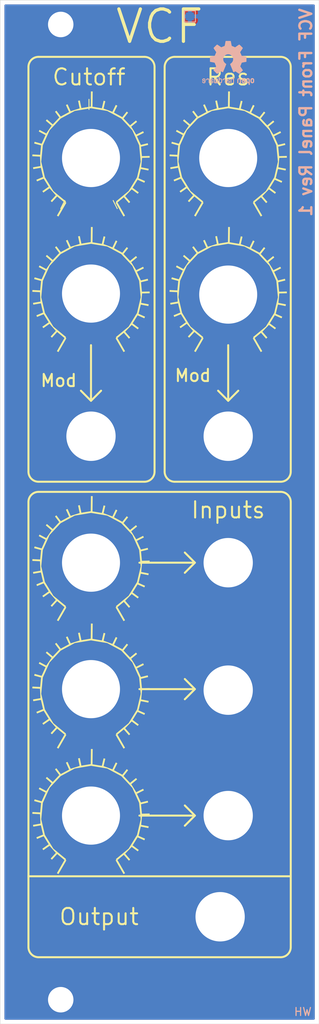
<source format=kicad_pcb>
(kicad_pcb (version 20171130) (host pcbnew 5.1.4)

  (general
    (thickness 1.6)
    (drawings 57)
    (tracks 15)
    (zones 0)
    (modules 9)
    (nets 2)
  )

  (page A4)
  (layers
    (0 F.Cu signal)
    (31 B.Cu signal)
    (32 B.Adhes user)
    (33 F.Adhes user)
    (34 B.Paste user)
    (35 F.Paste user)
    (36 B.SilkS user)
    (37 F.SilkS user)
    (38 B.Mask user)
    (39 F.Mask user)
    (40 Dwgs.User user)
    (41 Cmts.User user)
    (42 Eco1.User user)
    (43 Eco2.User user)
    (44 Edge.Cuts user)
    (45 Margin user)
    (46 B.CrtYd user)
    (47 F.CrtYd user)
    (48 B.Fab user)
    (49 F.Fab user)
  )

  (setup
    (last_trace_width 0.25)
    (trace_clearance 0.2)
    (zone_clearance 0.508)
    (zone_45_only no)
    (trace_min 0.2)
    (via_size 0.8)
    (via_drill 0.4)
    (via_min_size 0.4)
    (via_min_drill 0.3)
    (user_via 4 3)
    (user_via 6.2 5.2)
    (user_via 7.999999 6.000001)
    (user_via 11.999999 7.000001)
    (uvia_size 0.3)
    (uvia_drill 0.1)
    (uvias_allowed no)
    (uvia_min_size 0.2)
    (uvia_min_drill 0.1)
    (edge_width 0.05)
    (segment_width 0.2)
    (pcb_text_width 0.3)
    (pcb_text_size 1.5 1.5)
    (mod_edge_width 0.12)
    (mod_text_size 1 1)
    (mod_text_width 0.15)
    (pad_size 1.524 1.524)
    (pad_drill 0.762)
    (pad_to_mask_clearance 0.051)
    (solder_mask_min_width 0.25)
    (aux_axis_origin 0 0)
    (visible_elements FFFFFF7F)
    (pcbplotparams
      (layerselection 0x010fc_ffffffff)
      (usegerberextensions false)
      (usegerberattributes false)
      (usegerberadvancedattributes false)
      (creategerberjobfile false)
      (excludeedgelayer true)
      (linewidth 0.100000)
      (plotframeref false)
      (viasonmask false)
      (mode 1)
      (useauxorigin false)
      (hpglpennumber 1)
      (hpglpenspeed 20)
      (hpglpendiameter 15.000000)
      (psnegative false)
      (psa4output false)
      (plotreference true)
      (plotvalue true)
      (plotinvisibletext false)
      (padsonsilk false)
      (subtractmaskfromsilk false)
      (outputformat 1)
      (mirror false)
      (drillshape 1)
      (scaleselection 1)
      (outputdirectory ""))
  )

  (net 0 "")
  (net 1 GND)

  (net_class Default "This is the default net class."
    (clearance 0.2)
    (trace_width 0.25)
    (via_dia 0.8)
    (via_drill 0.4)
    (uvia_dia 0.3)
    (uvia_drill 0.1)
    (add_net GND)
  )

  (module Symbol:OSHW-Logo2_7.3x6mm_SilkScreen (layer B.Cu) (tedit 0) (tstamp 5D8C6828)
    (at 92.456 47.752 180)
    (descr "Open Source Hardware Symbol")
    (tags "Logo Symbol OSHW")
    (attr virtual)
    (fp_text reference REF** (at 0 0) (layer B.SilkS) hide
      (effects (font (size 1 1) (thickness 0.15)) (justify mirror))
    )
    (fp_text value OSHW-Logo2_7.3x6mm_SilkScreen (at 0.75 0) (layer B.Fab) hide
      (effects (font (size 1 1) (thickness 0.15)) (justify mirror))
    )
    (fp_poly (pts (xy 0.10391 2.757652) (xy 0.182454 2.757222) (xy 0.239298 2.756058) (xy 0.278105 2.753793)
      (xy 0.302538 2.75006) (xy 0.316262 2.744494) (xy 0.32294 2.736727) (xy 0.326236 2.726395)
      (xy 0.326556 2.725057) (xy 0.331562 2.700921) (xy 0.340829 2.653299) (xy 0.353392 2.587259)
      (xy 0.368287 2.507872) (xy 0.384551 2.420204) (xy 0.385119 2.417125) (xy 0.40141 2.331211)
      (xy 0.416652 2.255304) (xy 0.429861 2.193955) (xy 0.440054 2.151718) (xy 0.446248 2.133145)
      (xy 0.446543 2.132816) (xy 0.464788 2.123747) (xy 0.502405 2.108633) (xy 0.551271 2.090738)
      (xy 0.551543 2.090642) (xy 0.613093 2.067507) (xy 0.685657 2.038035) (xy 0.754057 2.008403)
      (xy 0.757294 2.006938) (xy 0.868702 1.956374) (xy 1.115399 2.12484) (xy 1.191077 2.176197)
      (xy 1.259631 2.222111) (xy 1.317088 2.25997) (xy 1.359476 2.287163) (xy 1.382825 2.301079)
      (xy 1.385042 2.302111) (xy 1.40201 2.297516) (xy 1.433701 2.275345) (xy 1.481352 2.234553)
      (xy 1.546198 2.174095) (xy 1.612397 2.109773) (xy 1.676214 2.046388) (xy 1.733329 1.988549)
      (xy 1.780305 1.939825) (xy 1.813703 1.90379) (xy 1.830085 1.884016) (xy 1.830694 1.882998)
      (xy 1.832505 1.869428) (xy 1.825683 1.847267) (xy 1.80854 1.813522) (xy 1.779393 1.7652)
      (xy 1.736555 1.699308) (xy 1.679448 1.614483) (xy 1.628766 1.539823) (xy 1.583461 1.47286)
      (xy 1.54615 1.417484) (xy 1.519452 1.37758) (xy 1.505985 1.357038) (xy 1.505137 1.355644)
      (xy 1.506781 1.335962) (xy 1.519245 1.297707) (xy 1.540048 1.248111) (xy 1.547462 1.232272)
      (xy 1.579814 1.16171) (xy 1.614328 1.081647) (xy 1.642365 1.012371) (xy 1.662568 0.960955)
      (xy 1.678615 0.921881) (xy 1.687888 0.901459) (xy 1.689041 0.899886) (xy 1.706096 0.897279)
      (xy 1.746298 0.890137) (xy 1.804302 0.879477) (xy 1.874763 0.866315) (xy 1.952335 0.851667)
      (xy 2.031672 0.836551) (xy 2.107431 0.821982) (xy 2.174264 0.808978) (xy 2.226828 0.798555)
      (xy 2.259776 0.79173) (xy 2.267857 0.789801) (xy 2.276205 0.785038) (xy 2.282506 0.774282)
      (xy 2.287045 0.753902) (xy 2.290104 0.720266) (xy 2.291967 0.669745) (xy 2.292918 0.598708)
      (xy 2.29324 0.503524) (xy 2.293257 0.464508) (xy 2.293257 0.147201) (xy 2.217057 0.132161)
      (xy 2.174663 0.124005) (xy 2.1114 0.112101) (xy 2.034962 0.097884) (xy 1.953043 0.08279)
      (xy 1.9304 0.078645) (xy 1.854806 0.063947) (xy 1.788953 0.049495) (xy 1.738366 0.036625)
      (xy 1.708574 0.026678) (xy 1.703612 0.023713) (xy 1.691426 0.002717) (xy 1.673953 -0.037967)
      (xy 1.654577 -0.090322) (xy 1.650734 -0.1016) (xy 1.625339 -0.171523) (xy 1.593817 -0.250418)
      (xy 1.562969 -0.321266) (xy 1.562817 -0.321595) (xy 1.511447 -0.432733) (xy 1.680399 -0.681253)
      (xy 1.849352 -0.929772) (xy 1.632429 -1.147058) (xy 1.566819 -1.211726) (xy 1.506979 -1.268733)
      (xy 1.456267 -1.315033) (xy 1.418046 -1.347584) (xy 1.395675 -1.363343) (xy 1.392466 -1.364343)
      (xy 1.373626 -1.356469) (xy 1.33518 -1.334578) (xy 1.28133 -1.301267) (xy 1.216276 -1.259131)
      (xy 1.14594 -1.211943) (xy 1.074555 -1.16381) (xy 1.010908 -1.121928) (xy 0.959041 -1.088871)
      (xy 0.922995 -1.067218) (xy 0.906867 -1.059543) (xy 0.887189 -1.066037) (xy 0.849875 -1.08315)
      (xy 0.802621 -1.107326) (xy 0.797612 -1.110013) (xy 0.733977 -1.141927) (xy 0.690341 -1.157579)
      (xy 0.663202 -1.157745) (xy 0.649057 -1.143204) (xy 0.648975 -1.143) (xy 0.641905 -1.125779)
      (xy 0.625042 -1.084899) (xy 0.599695 -1.023525) (xy 0.567171 -0.944819) (xy 0.528778 -0.851947)
      (xy 0.485822 -0.748072) (xy 0.444222 -0.647502) (xy 0.398504 -0.536516) (xy 0.356526 -0.433703)
      (xy 0.319548 -0.342215) (xy 0.288827 -0.265201) (xy 0.265622 -0.205815) (xy 0.25119 -0.167209)
      (xy 0.246743 -0.1528) (xy 0.257896 -0.136272) (xy 0.287069 -0.10993) (xy 0.325971 -0.080887)
      (xy 0.436757 0.010961) (xy 0.523351 0.116241) (xy 0.584716 0.232734) (xy 0.619815 0.358224)
      (xy 0.627608 0.490493) (xy 0.621943 0.551543) (xy 0.591078 0.678205) (xy 0.53792 0.790059)
      (xy 0.465767 0.885999) (xy 0.377917 0.964924) (xy 0.277665 1.02573) (xy 0.16831 1.067313)
      (xy 0.053147 1.088572) (xy -0.064525 1.088401) (xy -0.18141 1.065699) (xy -0.294211 1.019362)
      (xy -0.399631 0.948287) (xy -0.443632 0.908089) (xy -0.528021 0.804871) (xy -0.586778 0.692075)
      (xy -0.620296 0.57299) (xy -0.628965 0.450905) (xy -0.613177 0.329107) (xy -0.573322 0.210884)
      (xy -0.509793 0.099525) (xy -0.422979 -0.001684) (xy -0.325971 -0.080887) (xy -0.285563 -0.111162)
      (xy -0.257018 -0.137219) (xy -0.246743 -0.152825) (xy -0.252123 -0.169843) (xy -0.267425 -0.2105)
      (xy -0.291388 -0.271642) (xy -0.322756 -0.350119) (xy -0.360268 -0.44278) (xy -0.402667 -0.546472)
      (xy -0.444337 -0.647526) (xy -0.49031 -0.758607) (xy -0.532893 -0.861541) (xy -0.570779 -0.953165)
      (xy -0.60266 -1.030316) (xy -0.627229 -1.089831) (xy -0.64318 -1.128544) (xy -0.64909 -1.143)
      (xy -0.663052 -1.157685) (xy -0.69006 -1.157642) (xy -0.733587 -1.142099) (xy -0.79711 -1.110284)
      (xy -0.797612 -1.110013) (xy -0.84544 -1.085323) (xy -0.884103 -1.067338) (xy -0.905905 -1.059614)
      (xy -0.906867 -1.059543) (xy -0.923279 -1.067378) (xy -0.959513 -1.089165) (xy -1.011526 -1.122328)
      (xy -1.075275 -1.164291) (xy -1.14594 -1.211943) (xy -1.217884 -1.260191) (xy -1.282726 -1.302151)
      (xy -1.336265 -1.335227) (xy -1.374303 -1.356821) (xy -1.392467 -1.364343) (xy -1.409192 -1.354457)
      (xy -1.44282 -1.326826) (xy -1.48999 -1.284495) (xy -1.547342 -1.230505) (xy -1.611516 -1.167899)
      (xy -1.632503 -1.146983) (xy -1.849501 -0.929623) (xy -1.684332 -0.68722) (xy -1.634136 -0.612781)
      (xy -1.590081 -0.545972) (xy -1.554638 -0.490665) (xy -1.530281 -0.450729) (xy -1.519478 -0.430036)
      (xy -1.519162 -0.428563) (xy -1.524857 -0.409058) (xy -1.540174 -0.369822) (xy -1.562463 -0.31743)
      (xy -1.578107 -0.282355) (xy -1.607359 -0.215201) (xy -1.634906 -0.147358) (xy -1.656263 -0.090034)
      (xy -1.662065 -0.072572) (xy -1.678548 -0.025938) (xy -1.69466 0.010095) (xy -1.70351 0.023713)
      (xy -1.72304 0.032048) (xy -1.765666 0.043863) (xy -1.825855 0.057819) (xy -1.898078 0.072578)
      (xy -1.9304 0.078645) (xy -2.012478 0.093727) (xy -2.091205 0.108331) (xy -2.158891 0.12102)
      (xy -2.20784 0.130358) (xy -2.217057 0.132161) (xy -2.293257 0.147201) (xy -2.293257 0.464508)
      (xy -2.293086 0.568846) (xy -2.292384 0.647787) (xy -2.290866 0.704962) (xy -2.288251 0.744001)
      (xy -2.284254 0.768535) (xy -2.278591 0.782195) (xy -2.27098 0.788611) (xy -2.267857 0.789801)
      (xy -2.249022 0.79402) (xy -2.207412 0.802438) (xy -2.14837 0.814039) (xy -2.077243 0.827805)
      (xy -1.999375 0.84272) (xy -1.920113 0.857768) (xy -1.844802 0.871931) (xy -1.778787 0.884194)
      (xy -1.727413 0.893539) (xy -1.696025 0.89895) (xy -1.689041 0.899886) (xy -1.682715 0.912404)
      (xy -1.66871 0.945754) (xy -1.649645 0.993623) (xy -1.642366 1.012371) (xy -1.613004 1.084805)
      (xy -1.578429 1.16483) (xy -1.547463 1.232272) (xy -1.524677 1.283841) (xy -1.509518 1.326215)
      (xy -1.504458 1.352166) (xy -1.505264 1.355644) (xy -1.515959 1.372064) (xy -1.54038 1.408583)
      (xy -1.575905 1.461313) (xy -1.619913 1.526365) (xy -1.669783 1.599849) (xy -1.679644 1.614355)
      (xy -1.737508 1.700296) (xy -1.780044 1.765739) (xy -1.808946 1.813696) (xy -1.82591 1.84718)
      (xy -1.832633 1.869205) (xy -1.83081 1.882783) (xy -1.830764 1.882869) (xy -1.816414 1.900703)
      (xy -1.784677 1.935183) (xy -1.73899 1.982732) (xy -1.682796 2.039778) (xy -1.619532 2.102745)
      (xy -1.612398 2.109773) (xy -1.53267 2.18698) (xy -1.471143 2.24367) (xy -1.426579 2.28089)
      (xy -1.397743 2.299685) (xy -1.385042 2.302111) (xy -1.366506 2.291529) (xy -1.328039 2.267084)
      (xy -1.273614 2.231388) (xy -1.207202 2.187053) (xy -1.132775 2.136689) (xy -1.115399 2.12484)
      (xy -0.868703 1.956374) (xy -0.757294 2.006938) (xy -0.689543 2.036405) (xy -0.616817 2.066041)
      (xy -0.554297 2.08967) (xy -0.551543 2.090642) (xy -0.50264 2.108543) (xy -0.464943 2.12368)
      (xy -0.446575 2.13279) (xy -0.446544 2.132816) (xy -0.440715 2.149283) (xy -0.430808 2.189781)
      (xy -0.417805 2.249758) (xy -0.402691 2.32466) (xy -0.386448 2.409936) (xy -0.385119 2.417125)
      (xy -0.368825 2.504986) (xy -0.353867 2.58474) (xy -0.341209 2.651319) (xy -0.331814 2.699653)
      (xy -0.326646 2.724675) (xy -0.326556 2.725057) (xy -0.323411 2.735701) (xy -0.317296 2.743738)
      (xy -0.304547 2.749533) (xy -0.2815 2.753453) (xy -0.244491 2.755865) (xy -0.189856 2.757135)
      (xy -0.113933 2.757629) (xy -0.013056 2.757714) (xy 0 2.757714) (xy 0.10391 2.757652)) (layer B.SilkS) (width 0.01))
    (fp_poly (pts (xy 3.153595 -1.966966) (xy 3.211021 -2.004497) (xy 3.238719 -2.038096) (xy 3.260662 -2.099064)
      (xy 3.262405 -2.147308) (xy 3.258457 -2.211816) (xy 3.109686 -2.276934) (xy 3.037349 -2.310202)
      (xy 2.990084 -2.336964) (xy 2.965507 -2.360144) (xy 2.961237 -2.382667) (xy 2.974889 -2.407455)
      (xy 2.989943 -2.423886) (xy 3.033746 -2.450235) (xy 3.081389 -2.452081) (xy 3.125145 -2.431546)
      (xy 3.157289 -2.390752) (xy 3.163038 -2.376347) (xy 3.190576 -2.331356) (xy 3.222258 -2.312182)
      (xy 3.265714 -2.295779) (xy 3.265714 -2.357966) (xy 3.261872 -2.400283) (xy 3.246823 -2.435969)
      (xy 3.21528 -2.476943) (xy 3.210592 -2.482267) (xy 3.175506 -2.51872) (xy 3.145347 -2.538283)
      (xy 3.107615 -2.547283) (xy 3.076335 -2.55023) (xy 3.020385 -2.550965) (xy 2.980555 -2.54166)
      (xy 2.955708 -2.527846) (xy 2.916656 -2.497467) (xy 2.889625 -2.464613) (xy 2.872517 -2.423294)
      (xy 2.863238 -2.367521) (xy 2.859693 -2.291305) (xy 2.85941 -2.252622) (xy 2.860372 -2.206247)
      (xy 2.948007 -2.206247) (xy 2.949023 -2.231126) (xy 2.951556 -2.2352) (xy 2.968274 -2.229665)
      (xy 3.004249 -2.215017) (xy 3.052331 -2.19419) (xy 3.062386 -2.189714) (xy 3.123152 -2.158814)
      (xy 3.156632 -2.131657) (xy 3.16399 -2.10622) (xy 3.146391 -2.080481) (xy 3.131856 -2.069109)
      (xy 3.07941 -2.046364) (xy 3.030322 -2.050122) (xy 2.989227 -2.077884) (xy 2.960758 -2.127152)
      (xy 2.951631 -2.166257) (xy 2.948007 -2.206247) (xy 2.860372 -2.206247) (xy 2.861285 -2.162249)
      (xy 2.868196 -2.095384) (xy 2.881884 -2.046695) (xy 2.904096 -2.010849) (xy 2.936574 -1.982513)
      (xy 2.950733 -1.973355) (xy 3.015053 -1.949507) (xy 3.085473 -1.948006) (xy 3.153595 -1.966966)) (layer B.SilkS) (width 0.01))
    (fp_poly (pts (xy 2.6526 -1.958752) (xy 2.669948 -1.966334) (xy 2.711356 -1.999128) (xy 2.746765 -2.046547)
      (xy 2.768664 -2.097151) (xy 2.772229 -2.122098) (xy 2.760279 -2.156927) (xy 2.734067 -2.175357)
      (xy 2.705964 -2.186516) (xy 2.693095 -2.188572) (xy 2.686829 -2.173649) (xy 2.674456 -2.141175)
      (xy 2.669028 -2.126502) (xy 2.63859 -2.075744) (xy 2.59452 -2.050427) (xy 2.53801 -2.051206)
      (xy 2.533825 -2.052203) (xy 2.503655 -2.066507) (xy 2.481476 -2.094393) (xy 2.466327 -2.139287)
      (xy 2.45725 -2.204615) (xy 2.453286 -2.293804) (xy 2.452914 -2.341261) (xy 2.45273 -2.416071)
      (xy 2.451522 -2.467069) (xy 2.448309 -2.499471) (xy 2.442109 -2.518495) (xy 2.43194 -2.529356)
      (xy 2.416819 -2.537272) (xy 2.415946 -2.53767) (xy 2.386828 -2.549981) (xy 2.372403 -2.554514)
      (xy 2.370186 -2.540809) (xy 2.368289 -2.502925) (xy 2.366847 -2.445715) (xy 2.365998 -2.374027)
      (xy 2.365829 -2.321565) (xy 2.366692 -2.220047) (xy 2.37007 -2.143032) (xy 2.377142 -2.086023)
      (xy 2.389088 -2.044526) (xy 2.40709 -2.014043) (xy 2.432327 -1.99008) (xy 2.457247 -1.973355)
      (xy 2.517171 -1.951097) (xy 2.586911 -1.946076) (xy 2.6526 -1.958752)) (layer B.SilkS) (width 0.01))
    (fp_poly (pts (xy 2.144876 -1.956335) (xy 2.186667 -1.975344) (xy 2.219469 -1.998378) (xy 2.243503 -2.024133)
      (xy 2.260097 -2.057358) (xy 2.270577 -2.1028) (xy 2.276271 -2.165207) (xy 2.278507 -2.249327)
      (xy 2.278743 -2.304721) (xy 2.278743 -2.520826) (xy 2.241774 -2.53767) (xy 2.212656 -2.549981)
      (xy 2.198231 -2.554514) (xy 2.195472 -2.541025) (xy 2.193282 -2.504653) (xy 2.191942 -2.451542)
      (xy 2.191657 -2.409372) (xy 2.190434 -2.348447) (xy 2.187136 -2.300115) (xy 2.182321 -2.270518)
      (xy 2.178496 -2.264229) (xy 2.152783 -2.270652) (xy 2.112418 -2.287125) (xy 2.065679 -2.309458)
      (xy 2.020845 -2.333457) (xy 1.986193 -2.35493) (xy 1.970002 -2.369685) (xy 1.969938 -2.369845)
      (xy 1.97133 -2.397152) (xy 1.983818 -2.423219) (xy 2.005743 -2.444392) (xy 2.037743 -2.451474)
      (xy 2.065092 -2.450649) (xy 2.103826 -2.450042) (xy 2.124158 -2.459116) (xy 2.136369 -2.483092)
      (xy 2.137909 -2.487613) (xy 2.143203 -2.521806) (xy 2.129047 -2.542568) (xy 2.092148 -2.552462)
      (xy 2.052289 -2.554292) (xy 1.980562 -2.540727) (xy 1.943432 -2.521355) (xy 1.897576 -2.475845)
      (xy 1.873256 -2.419983) (xy 1.871073 -2.360957) (xy 1.891629 -2.305953) (xy 1.922549 -2.271486)
      (xy 1.95342 -2.252189) (xy 2.001942 -2.227759) (xy 2.058485 -2.202985) (xy 2.06791 -2.199199)
      (xy 2.130019 -2.171791) (xy 2.165822 -2.147634) (xy 2.177337 -2.123619) (xy 2.16658 -2.096635)
      (xy 2.148114 -2.075543) (xy 2.104469 -2.049572) (xy 2.056446 -2.047624) (xy 2.012406 -2.067637)
      (xy 1.980709 -2.107551) (xy 1.976549 -2.117848) (xy 1.952327 -2.155724) (xy 1.916965 -2.183842)
      (xy 1.872343 -2.206917) (xy 1.872343 -2.141485) (xy 1.874969 -2.101506) (xy 1.88623 -2.069997)
      (xy 1.911199 -2.036378) (xy 1.935169 -2.010484) (xy 1.972441 -1.973817) (xy 2.001401 -1.954121)
      (xy 2.032505 -1.94622) (xy 2.067713 -1.944914) (xy 2.144876 -1.956335)) (layer B.SilkS) (width 0.01))
    (fp_poly (pts (xy 1.779833 -1.958663) (xy 1.782048 -1.99685) (xy 1.783784 -2.054886) (xy 1.784899 -2.12818)
      (xy 1.785257 -2.205055) (xy 1.785257 -2.465196) (xy 1.739326 -2.511127) (xy 1.707675 -2.539429)
      (xy 1.67989 -2.550893) (xy 1.641915 -2.550168) (xy 1.62684 -2.548321) (xy 1.579726 -2.542948)
      (xy 1.540756 -2.539869) (xy 1.531257 -2.539585) (xy 1.499233 -2.541445) (xy 1.453432 -2.546114)
      (xy 1.435674 -2.548321) (xy 1.392057 -2.551735) (xy 1.362745 -2.54432) (xy 1.33368 -2.521427)
      (xy 1.323188 -2.511127) (xy 1.277257 -2.465196) (xy 1.277257 -1.978602) (xy 1.314226 -1.961758)
      (xy 1.346059 -1.949282) (xy 1.364683 -1.944914) (xy 1.369458 -1.958718) (xy 1.373921 -1.997286)
      (xy 1.377775 -2.056356) (xy 1.380722 -2.131663) (xy 1.382143 -2.195286) (xy 1.386114 -2.445657)
      (xy 1.420759 -2.450556) (xy 1.452268 -2.447131) (xy 1.467708 -2.436041) (xy 1.472023 -2.415308)
      (xy 1.475708 -2.371145) (xy 1.478469 -2.309146) (xy 1.480012 -2.234909) (xy 1.480235 -2.196706)
      (xy 1.480457 -1.976783) (xy 1.526166 -1.960849) (xy 1.558518 -1.950015) (xy 1.576115 -1.944962)
      (xy 1.576623 -1.944914) (xy 1.578388 -1.958648) (xy 1.580329 -1.99673) (xy 1.582282 -2.054482)
      (xy 1.584084 -2.127227) (xy 1.585343 -2.195286) (xy 1.589314 -2.445657) (xy 1.6764 -2.445657)
      (xy 1.680396 -2.21724) (xy 1.684392 -1.988822) (xy 1.726847 -1.966868) (xy 1.758192 -1.951793)
      (xy 1.776744 -1.944951) (xy 1.777279 -1.944914) (xy 1.779833 -1.958663)) (layer B.SilkS) (width 0.01))
    (fp_poly (pts (xy 1.190117 -2.065358) (xy 1.189933 -2.173837) (xy 1.189219 -2.257287) (xy 1.187675 -2.319704)
      (xy 1.185001 -2.365085) (xy 1.180894 -2.397429) (xy 1.175055 -2.420733) (xy 1.167182 -2.438995)
      (xy 1.161221 -2.449418) (xy 1.111855 -2.505945) (xy 1.049264 -2.541377) (xy 0.980013 -2.55409)
      (xy 0.910668 -2.542463) (xy 0.869375 -2.521568) (xy 0.826025 -2.485422) (xy 0.796481 -2.441276)
      (xy 0.778655 -2.383462) (xy 0.770463 -2.306313) (xy 0.769302 -2.249714) (xy 0.769458 -2.245647)
      (xy 0.870857 -2.245647) (xy 0.871476 -2.31055) (xy 0.874314 -2.353514) (xy 0.88084 -2.381622)
      (xy 0.892523 -2.401953) (xy 0.906483 -2.417288) (xy 0.953365 -2.44689) (xy 1.003701 -2.449419)
      (xy 1.051276 -2.424705) (xy 1.054979 -2.421356) (xy 1.070783 -2.403935) (xy 1.080693 -2.383209)
      (xy 1.086058 -2.352362) (xy 1.088228 -2.304577) (xy 1.088571 -2.251748) (xy 1.087827 -2.185381)
      (xy 1.084748 -2.141106) (xy 1.078061 -2.112009) (xy 1.066496 -2.091173) (xy 1.057013 -2.080107)
      (xy 1.01296 -2.052198) (xy 0.962224 -2.048843) (xy 0.913796 -2.070159) (xy 0.90445 -2.078073)
      (xy 0.88854 -2.095647) (xy 0.87861 -2.116587) (xy 0.873278 -2.147782) (xy 0.871163 -2.196122)
      (xy 0.870857 -2.245647) (xy 0.769458 -2.245647) (xy 0.77281 -2.158568) (xy 0.784726 -2.090086)
      (xy 0.807135 -2.0386) (xy 0.842124 -1.998443) (xy 0.869375 -1.977861) (xy 0.918907 -1.955625)
      (xy 0.976316 -1.945304) (xy 1.029682 -1.948067) (xy 1.059543 -1.959212) (xy 1.071261 -1.962383)
      (xy 1.079037 -1.950557) (xy 1.084465 -1.918866) (xy 1.088571 -1.870593) (xy 1.093067 -1.816829)
      (xy 1.099313 -1.784482) (xy 1.110676 -1.765985) (xy 1.130528 -1.75377) (xy 1.143 -1.748362)
      (xy 1.190171 -1.728601) (xy 1.190117 -2.065358)) (layer B.SilkS) (width 0.01))
    (fp_poly (pts (xy 0.529926 -1.949755) (xy 0.595858 -1.974084) (xy 0.649273 -2.017117) (xy 0.670164 -2.047409)
      (xy 0.692939 -2.102994) (xy 0.692466 -2.143186) (xy 0.668562 -2.170217) (xy 0.659717 -2.174813)
      (xy 0.62153 -2.189144) (xy 0.602028 -2.185472) (xy 0.595422 -2.161407) (xy 0.595086 -2.148114)
      (xy 0.582992 -2.09921) (xy 0.551471 -2.064999) (xy 0.507659 -2.048476) (xy 0.458695 -2.052634)
      (xy 0.418894 -2.074227) (xy 0.40545 -2.086544) (xy 0.395921 -2.101487) (xy 0.389485 -2.124075)
      (xy 0.385317 -2.159328) (xy 0.382597 -2.212266) (xy 0.380502 -2.287907) (xy 0.37996 -2.311857)
      (xy 0.377981 -2.39379) (xy 0.375731 -2.451455) (xy 0.372357 -2.489608) (xy 0.367006 -2.513004)
      (xy 0.358824 -2.526398) (xy 0.346959 -2.534545) (xy 0.339362 -2.538144) (xy 0.307102 -2.550452)
      (xy 0.288111 -2.554514) (xy 0.281836 -2.540948) (xy 0.278006 -2.499934) (xy 0.2766 -2.430999)
      (xy 0.277598 -2.333669) (xy 0.277908 -2.318657) (xy 0.280101 -2.229859) (xy 0.282693 -2.165019)
      (xy 0.286382 -2.119067) (xy 0.291864 -2.086935) (xy 0.299835 -2.063553) (xy 0.310993 -2.043852)
      (xy 0.31683 -2.03541) (xy 0.350296 -1.998057) (xy 0.387727 -1.969003) (xy 0.392309 -1.966467)
      (xy 0.459426 -1.946443) (xy 0.529926 -1.949755)) (layer B.SilkS) (width 0.01))
    (fp_poly (pts (xy 0.039744 -1.950968) (xy 0.096616 -1.972087) (xy 0.097267 -1.972493) (xy 0.13244 -1.99838)
      (xy 0.158407 -2.028633) (xy 0.17667 -2.068058) (xy 0.188732 -2.121462) (xy 0.196096 -2.193651)
      (xy 0.200264 -2.289432) (xy 0.200629 -2.303078) (xy 0.205876 -2.508842) (xy 0.161716 -2.531678)
      (xy 0.129763 -2.54711) (xy 0.11047 -2.554423) (xy 0.109578 -2.554514) (xy 0.106239 -2.541022)
      (xy 0.103587 -2.504626) (xy 0.101956 -2.451452) (xy 0.1016 -2.408393) (xy 0.101592 -2.338641)
      (xy 0.098403 -2.294837) (xy 0.087288 -2.273944) (xy 0.063501 -2.272925) (xy 0.022296 -2.288741)
      (xy -0.039914 -2.317815) (xy -0.085659 -2.341963) (xy -0.109187 -2.362913) (xy -0.116104 -2.385747)
      (xy -0.116114 -2.386877) (xy -0.104701 -2.426212) (xy -0.070908 -2.447462) (xy -0.019191 -2.450539)
      (xy 0.018061 -2.450006) (xy 0.037703 -2.460735) (xy 0.049952 -2.486505) (xy 0.057002 -2.519337)
      (xy 0.046842 -2.537966) (xy 0.043017 -2.540632) (xy 0.007001 -2.55134) (xy -0.043434 -2.552856)
      (xy -0.095374 -2.545759) (xy -0.132178 -2.532788) (xy -0.183062 -2.489585) (xy -0.211986 -2.429446)
      (xy -0.217714 -2.382462) (xy -0.213343 -2.340082) (xy -0.197525 -2.305488) (xy -0.166203 -2.274763)
      (xy -0.115322 -2.24399) (xy -0.040824 -2.209252) (xy -0.036286 -2.207288) (xy 0.030821 -2.176287)
      (xy 0.072232 -2.150862) (xy 0.089981 -2.128014) (xy 0.086107 -2.104745) (xy 0.062643 -2.078056)
      (xy 0.055627 -2.071914) (xy 0.00863 -2.0481) (xy -0.040067 -2.049103) (xy -0.082478 -2.072451)
      (xy -0.110616 -2.115675) (xy -0.113231 -2.12416) (xy -0.138692 -2.165308) (xy -0.170999 -2.185128)
      (xy -0.217714 -2.20477) (xy -0.217714 -2.15395) (xy -0.203504 -2.080082) (xy -0.161325 -2.012327)
      (xy -0.139376 -1.989661) (xy -0.089483 -1.960569) (xy -0.026033 -1.9474) (xy 0.039744 -1.950968)) (layer B.SilkS) (width 0.01))
    (fp_poly (pts (xy -0.624114 -1.851289) (xy -0.619861 -1.910613) (xy -0.614975 -1.945572) (xy -0.608205 -1.96082)
      (xy -0.598298 -1.961015) (xy -0.595086 -1.959195) (xy -0.552356 -1.946015) (xy -0.496773 -1.946785)
      (xy -0.440263 -1.960333) (xy -0.404918 -1.977861) (xy -0.368679 -2.005861) (xy -0.342187 -2.037549)
      (xy -0.324001 -2.077813) (xy -0.312678 -2.131543) (xy -0.306778 -2.203626) (xy -0.304857 -2.298951)
      (xy -0.304823 -2.317237) (xy -0.3048 -2.522646) (xy -0.350509 -2.53858) (xy -0.382973 -2.54942)
      (xy -0.400785 -2.554468) (xy -0.401309 -2.554514) (xy -0.403063 -2.540828) (xy -0.404556 -2.503076)
      (xy -0.405674 -2.446224) (xy -0.406303 -2.375234) (xy -0.4064 -2.332073) (xy -0.406602 -2.246973)
      (xy -0.407642 -2.185981) (xy -0.410169 -2.144177) (xy -0.414836 -2.116642) (xy -0.422293 -2.098456)
      (xy -0.433189 -2.084698) (xy -0.439993 -2.078073) (xy -0.486728 -2.051375) (xy -0.537728 -2.049375)
      (xy -0.583999 -2.071955) (xy -0.592556 -2.080107) (xy -0.605107 -2.095436) (xy -0.613812 -2.113618)
      (xy -0.619369 -2.139909) (xy -0.622474 -2.179562) (xy -0.623824 -2.237832) (xy -0.624114 -2.318173)
      (xy -0.624114 -2.522646) (xy -0.669823 -2.53858) (xy -0.702287 -2.54942) (xy -0.720099 -2.554468)
      (xy -0.720623 -2.554514) (xy -0.721963 -2.540623) (xy -0.723172 -2.501439) (xy -0.724199 -2.4407)
      (xy -0.724998 -2.362141) (xy -0.725519 -2.269498) (xy -0.725714 -2.166509) (xy -0.725714 -1.769342)
      (xy -0.678543 -1.749444) (xy -0.631371 -1.729547) (xy -0.624114 -1.851289)) (layer B.SilkS) (width 0.01))
    (fp_poly (pts (xy -1.831697 -1.931239) (xy -1.774473 -1.969735) (xy -1.730251 -2.025335) (xy -1.703833 -2.096086)
      (xy -1.69849 -2.148162) (xy -1.699097 -2.169893) (xy -1.704178 -2.186531) (xy -1.718145 -2.201437)
      (xy -1.745411 -2.217973) (xy -1.790388 -2.239498) (xy -1.857489 -2.269374) (xy -1.857829 -2.269524)
      (xy -1.919593 -2.297813) (xy -1.970241 -2.322933) (xy -2.004596 -2.342179) (xy -2.017482 -2.352848)
      (xy -2.017486 -2.352934) (xy -2.006128 -2.376166) (xy -1.979569 -2.401774) (xy -1.949077 -2.420221)
      (xy -1.93363 -2.423886) (xy -1.891485 -2.411212) (xy -1.855192 -2.379471) (xy -1.837483 -2.344572)
      (xy -1.820448 -2.318845) (xy -1.787078 -2.289546) (xy -1.747851 -2.264235) (xy -1.713244 -2.250471)
      (xy -1.706007 -2.249714) (xy -1.697861 -2.26216) (xy -1.69737 -2.293972) (xy -1.703357 -2.336866)
      (xy -1.714643 -2.382558) (xy -1.73005 -2.422761) (xy -1.730829 -2.424322) (xy -1.777196 -2.489062)
      (xy -1.837289 -2.533097) (xy -1.905535 -2.554711) (xy -1.976362 -2.552185) (xy -2.044196 -2.523804)
      (xy -2.047212 -2.521808) (xy -2.100573 -2.473448) (xy -2.13566 -2.410352) (xy -2.155078 -2.327387)
      (xy -2.157684 -2.304078) (xy -2.162299 -2.194055) (xy -2.156767 -2.142748) (xy -2.017486 -2.142748)
      (xy -2.015676 -2.174753) (xy -2.005778 -2.184093) (xy -1.981102 -2.177105) (xy -1.942205 -2.160587)
      (xy -1.898725 -2.139881) (xy -1.897644 -2.139333) (xy -1.860791 -2.119949) (xy -1.846 -2.107013)
      (xy -1.849647 -2.093451) (xy -1.865005 -2.075632) (xy -1.904077 -2.049845) (xy -1.946154 -2.04795)
      (xy -1.983897 -2.066717) (xy -2.009966 -2.102915) (xy -2.017486 -2.142748) (xy -2.156767 -2.142748)
      (xy -2.152806 -2.106027) (xy -2.12845 -2.036212) (xy -2.094544 -1.987302) (xy -2.033347 -1.937878)
      (xy -1.965937 -1.913359) (xy -1.89712 -1.911797) (xy -1.831697 -1.931239)) (layer B.SilkS) (width 0.01))
    (fp_poly (pts (xy -2.958885 -1.921962) (xy -2.890855 -1.957733) (xy -2.840649 -2.015301) (xy -2.822815 -2.052312)
      (xy -2.808937 -2.107882) (xy -2.801833 -2.178096) (xy -2.80116 -2.254727) (xy -2.806573 -2.329552)
      (xy -2.81773 -2.394342) (xy -2.834286 -2.440873) (xy -2.839374 -2.448887) (xy -2.899645 -2.508707)
      (xy -2.971231 -2.544535) (xy -3.048908 -2.55502) (xy -3.127452 -2.53881) (xy -3.149311 -2.529092)
      (xy -3.191878 -2.499143) (xy -3.229237 -2.459433) (xy -3.232768 -2.454397) (xy -3.247119 -2.430124)
      (xy -3.256606 -2.404178) (xy -3.26221 -2.370022) (xy -3.264914 -2.321119) (xy -3.265701 -2.250935)
      (xy -3.265714 -2.2352) (xy -3.265678 -2.230192) (xy -3.120571 -2.230192) (xy -3.119727 -2.29643)
      (xy -3.116404 -2.340386) (xy -3.109417 -2.368779) (xy -3.097584 -2.388325) (xy -3.091543 -2.394857)
      (xy -3.056814 -2.41968) (xy -3.023097 -2.418548) (xy -2.989005 -2.397016) (xy -2.968671 -2.374029)
      (xy -2.956629 -2.340478) (xy -2.949866 -2.287569) (xy -2.949402 -2.281399) (xy -2.948248 -2.185513)
      (xy -2.960312 -2.114299) (xy -2.98543 -2.068194) (xy -3.02344 -2.047635) (xy -3.037008 -2.046514)
      (xy -3.072636 -2.052152) (xy -3.097006 -2.071686) (xy -3.111907 -2.109042) (xy -3.119125 -2.16815)
      (xy -3.120571 -2.230192) (xy -3.265678 -2.230192) (xy -3.265174 -2.160413) (xy -3.262904 -2.108159)
      (xy -3.257932 -2.071949) (xy -3.249287 -2.045299) (xy -3.235995 -2.021722) (xy -3.233057 -2.017338)
      (xy -3.183687 -1.958249) (xy -3.129891 -1.923947) (xy -3.064398 -1.910331) (xy -3.042158 -1.909665)
      (xy -2.958885 -1.921962)) (layer B.SilkS) (width 0.01))
    (fp_poly (pts (xy -1.283907 -1.92778) (xy -1.237328 -1.954723) (xy -1.204943 -1.981466) (xy -1.181258 -2.009484)
      (xy -1.164941 -2.043748) (xy -1.154661 -2.089227) (xy -1.149086 -2.150892) (xy -1.146884 -2.233711)
      (xy -1.146629 -2.293246) (xy -1.146629 -2.512391) (xy -1.208314 -2.540044) (xy -1.27 -2.567697)
      (xy -1.277257 -2.32767) (xy -1.280256 -2.238028) (xy -1.283402 -2.172962) (xy -1.287299 -2.128026)
      (xy -1.292553 -2.09877) (xy -1.299769 -2.080748) (xy -1.30955 -2.069511) (xy -1.312688 -2.067079)
      (xy -1.360239 -2.048083) (xy -1.408303 -2.0556) (xy -1.436914 -2.075543) (xy -1.448553 -2.089675)
      (xy -1.456609 -2.10822) (xy -1.461729 -2.136334) (xy -1.464559 -2.179173) (xy -1.465744 -2.241895)
      (xy -1.465943 -2.307261) (xy -1.465982 -2.389268) (xy -1.467386 -2.447316) (xy -1.472086 -2.486465)
      (xy -1.482013 -2.51178) (xy -1.499097 -2.528323) (xy -1.525268 -2.541156) (xy -1.560225 -2.554491)
      (xy -1.598404 -2.569007) (xy -1.593859 -2.311389) (xy -1.592029 -2.218519) (xy -1.589888 -2.149889)
      (xy -1.586819 -2.100711) (xy -1.582206 -2.066198) (xy -1.575432 -2.041562) (xy -1.565881 -2.022016)
      (xy -1.554366 -2.00477) (xy -1.49881 -1.94968) (xy -1.43102 -1.917822) (xy -1.357287 -1.910191)
      (xy -1.283907 -1.92778)) (layer B.SilkS) (width 0.01))
    (fp_poly (pts (xy -2.400256 -1.919918) (xy -2.344799 -1.947568) (xy -2.295852 -1.99848) (xy -2.282371 -2.017338)
      (xy -2.267686 -2.042015) (xy -2.258158 -2.068816) (xy -2.252707 -2.104587) (xy -2.250253 -2.156169)
      (xy -2.249714 -2.224267) (xy -2.252148 -2.317588) (xy -2.260606 -2.387657) (xy -2.276826 -2.439931)
      (xy -2.302546 -2.479869) (xy -2.339503 -2.512929) (xy -2.342218 -2.514886) (xy -2.37864 -2.534908)
      (xy -2.422498 -2.544815) (xy -2.478276 -2.547257) (xy -2.568952 -2.547257) (xy -2.56899 -2.635283)
      (xy -2.569834 -2.684308) (xy -2.574976 -2.713065) (xy -2.588413 -2.730311) (xy -2.614142 -2.744808)
      (xy -2.620321 -2.747769) (xy -2.649236 -2.761648) (xy -2.671624 -2.770414) (xy -2.688271 -2.771171)
      (xy -2.699964 -2.761023) (xy -2.70749 -2.737073) (xy -2.711634 -2.696426) (xy -2.713185 -2.636186)
      (xy -2.712929 -2.553455) (xy -2.711651 -2.445339) (xy -2.711252 -2.413) (xy -2.709815 -2.301524)
      (xy -2.708528 -2.228603) (xy -2.569029 -2.228603) (xy -2.568245 -2.290499) (xy -2.56476 -2.330997)
      (xy -2.556876 -2.357708) (xy -2.542895 -2.378244) (xy -2.533403 -2.38826) (xy -2.494596 -2.417567)
      (xy -2.460237 -2.419952) (xy -2.424784 -2.39575) (xy -2.423886 -2.394857) (xy -2.409461 -2.376153)
      (xy -2.400687 -2.350732) (xy -2.396261 -2.311584) (xy -2.394882 -2.251697) (xy -2.394857 -2.23843)
      (xy -2.398188 -2.155901) (xy -2.409031 -2.098691) (xy -2.42866 -2.063766) (xy -2.45835 -2.048094)
      (xy -2.475509 -2.046514) (xy -2.516234 -2.053926) (xy -2.544168 -2.07833) (xy -2.560983 -2.12298)
      (xy -2.56835 -2.19113) (xy -2.569029 -2.228603) (xy -2.708528 -2.228603) (xy -2.708292 -2.215245)
      (xy -2.706323 -2.150333) (xy -2.70355 -2.102958) (xy -2.699612 -2.06929) (xy -2.694151 -2.045498)
      (xy -2.686808 -2.027753) (xy -2.677223 -2.012224) (xy -2.673113 -2.006381) (xy -2.618595 -1.951185)
      (xy -2.549664 -1.91989) (xy -2.469928 -1.911165) (xy -2.400256 -1.919918)) (layer B.SilkS) (width 0.01))
  )

  (module Eurorack:knob_tick_marks_sm (layer F.Cu) (tedit 5D8A51C3) (tstamp 5D8AEC55)
    (at 75.184 141.732)
    (descr "Imported from knob_tick_marks_sm.svg")
    (tags svg2mod)
    (attr smd)
    (fp_text reference svg2mod (at 0 -10.901517) (layer F.SilkS) hide
      (effects (font (size 1.524 1.524) (thickness 0.3048)))
    )
    (fp_text value G*** (at 0 10.901517) (layer F.SilkS) hide
      (effects (font (size 1.524 1.524) (thickness 0.3048)))
    )
    (fp_poly (pts (xy -0.01074 -7.853517) (xy -0.032219 -5.958986) (xy -1.206048 -5.763673) (xy -1.40722 -6.718751)
      (xy -1.627923 -6.671881) (xy -1.430658 -5.726569) (xy -2.559564 -5.373053) (xy -2.950189 -6.238288)
      (xy -3.15722 -6.146488) (xy -2.75683 -5.265628) (xy -3.803704 -4.705081) (xy -4.352533 -5.43555)
      (xy -4.534173 -5.300785) (xy -3.993158 -4.583988) (xy -4.809564 -3.7168) (xy -5.547845 -4.347659)
      (xy -5.69433 -4.175785) (xy -4.963861 -3.552738) (xy -5.629876 -2.576175) (xy -6.47558 -3.023441)
      (xy -6.581048 -2.824222) (xy -5.723626 -2.369144) (xy -6.215814 -1.289066) (xy -7.09472 -1.531253)
      (xy -7.15527 -1.312503) (xy -6.288083 -1.076175) (xy -6.401364 0.107419) (xy -7.37402 0.060549)
      (xy -7.38574 0.287111) (xy -6.422849 0.333981) (xy -6.362299 1.513669) (xy -7.301752 1.675778)
      (xy -7.262692 1.898434) (xy -6.309567 1.734372) (xy -6.038083 2.890622) (xy -6.877926 3.234372)
      (xy -6.791986 3.443356) (xy -5.958001 3.101559) (xy -5.333001 4.111325) (xy -6.12597 4.666012)
      (xy -5.997064 4.851559) (xy -5.213861 4.304684) (xy -4.430658 5.191403) (xy -5.081048 5.898434)
      (xy -4.915033 6.050778) (xy -4.25683 5.333981) (xy -3.340814 6.087887) (xy -4.293939 7.740231)
      (xy -4.096673 7.853512) (xy -3.096673 6.121091) (xy -3.194333 6.064451) (xy -3.139643 5.966791)
      (xy -4.737185 4.650893) (xy -5.798569 2.934697) (xy -6.260959 0.970389) (xy -6.061521 -1.089845)
      (xy -5.204145 -2.973794) (xy -3.821599 -4.443774) (xy -2.044365 -5.399387) (xy -0.002927 -5.740236)
      (xy 2.038817 -5.399388) (xy 3.816722 -4.443774) (xy 5.199939 -2.973794) (xy 6.057621 -1.089845)
      (xy 6.257058 0.970389) (xy 5.794668 2.934698) (xy 4.733286 4.650895) (xy 3.135746 5.966796)
      (xy 3.190436 6.064456) (xy 3.092776 6.121096) (xy 4.092776 7.853517) (xy 4.288088 7.740236)
      (xy 3.334963 6.089846) (xy 4.127932 5.435549) (xy 4.77051 6.171877) (xy 4.940432 6.023439)
      (xy 4.303713 5.29297) (xy 5.124026 4.443361) (xy 5.883792 5.000002) (xy 6.016604 4.818361)
      (xy 5.243166 4.248049) (xy 5.866213 3.242189) (xy 6.71387 3.613283) (xy 6.80371 3.406252)
      (xy 5.987304 3.046877) (xy 6.268554 1.890627) (xy 7.221679 2.078127) (xy 7.266599 1.857424)
      (xy 6.321287 1.671877) (xy 6.434568 0.492189) (xy 7.38574 0.470709) (xy 7.37984 0.2461)
      (xy 6.413043 0.26954) (xy 6.299762 -0.912101) (xy 7.194293 -1.134757) (xy 7.139603 -1.353507)
      (xy 6.276322 -1.140616) (xy 6.276322 -1.148416) (xy 5.786087 -2.224588) (xy 6.659134 -2.658181)
      (xy 6.559524 -2.861306) (xy 5.692336 -2.429666) (xy 5.071293 -3.433595) (xy 5.805667 -4.031251)
      (xy 5.663089 -4.207033) (xy 4.916996 -3.599611) (xy 4.102543 -4.462892) (xy 4.674808 -5.185548)
      (xy 4.497074 -5.32422) (xy 3.944339 -4.626954) (xy 2.895511 -5.189454) (xy 3.319339 -6.064454)
      (xy 3.116214 -6.164064) (xy 2.696293 -5.298829) (xy 1.584964 -5.69922) (xy 1.803714 -6.628907)
      (xy 1.584964 -6.681637) (xy 1.362308 -5.736324) (xy 0.192386 -5.931637) (xy 0.215826 -7.849606)
      (xy -0.01074 -7.853517)) (layer F.SilkS) (width 0))
  )

  (module Eurorack:knob_tick_marks_sm (layer F.Cu) (tedit 5D8A51C3) (tstamp 5D8AEC40)
    (at 75.184 125.984)
    (descr "Imported from knob_tick_marks_sm.svg")
    (tags svg2mod)
    (attr smd)
    (fp_text reference svg2mod (at 0 -10.901517) (layer F.SilkS) hide
      (effects (font (size 1.524 1.524) (thickness 0.3048)))
    )
    (fp_text value G*** (at 0 10.901517) (layer F.SilkS) hide
      (effects (font (size 1.524 1.524) (thickness 0.3048)))
    )
    (fp_poly (pts (xy -0.01074 -7.853517) (xy -0.032219 -5.958986) (xy -1.206048 -5.763673) (xy -1.40722 -6.718751)
      (xy -1.627923 -6.671881) (xy -1.430658 -5.726569) (xy -2.559564 -5.373053) (xy -2.950189 -6.238288)
      (xy -3.15722 -6.146488) (xy -2.75683 -5.265628) (xy -3.803704 -4.705081) (xy -4.352533 -5.43555)
      (xy -4.534173 -5.300785) (xy -3.993158 -4.583988) (xy -4.809564 -3.7168) (xy -5.547845 -4.347659)
      (xy -5.69433 -4.175785) (xy -4.963861 -3.552738) (xy -5.629876 -2.576175) (xy -6.47558 -3.023441)
      (xy -6.581048 -2.824222) (xy -5.723626 -2.369144) (xy -6.215814 -1.289066) (xy -7.09472 -1.531253)
      (xy -7.15527 -1.312503) (xy -6.288083 -1.076175) (xy -6.401364 0.107419) (xy -7.37402 0.060549)
      (xy -7.38574 0.287111) (xy -6.422849 0.333981) (xy -6.362299 1.513669) (xy -7.301752 1.675778)
      (xy -7.262692 1.898434) (xy -6.309567 1.734372) (xy -6.038083 2.890622) (xy -6.877926 3.234372)
      (xy -6.791986 3.443356) (xy -5.958001 3.101559) (xy -5.333001 4.111325) (xy -6.12597 4.666012)
      (xy -5.997064 4.851559) (xy -5.213861 4.304684) (xy -4.430658 5.191403) (xy -5.081048 5.898434)
      (xy -4.915033 6.050778) (xy -4.25683 5.333981) (xy -3.340814 6.087887) (xy -4.293939 7.740231)
      (xy -4.096673 7.853512) (xy -3.096673 6.121091) (xy -3.194333 6.064451) (xy -3.139643 5.966791)
      (xy -4.737185 4.650893) (xy -5.798569 2.934697) (xy -6.260959 0.970389) (xy -6.061521 -1.089845)
      (xy -5.204145 -2.973794) (xy -3.821599 -4.443774) (xy -2.044365 -5.399387) (xy -0.002927 -5.740236)
      (xy 2.038817 -5.399388) (xy 3.816722 -4.443774) (xy 5.199939 -2.973794) (xy 6.057621 -1.089845)
      (xy 6.257058 0.970389) (xy 5.794668 2.934698) (xy 4.733286 4.650895) (xy 3.135746 5.966796)
      (xy 3.190436 6.064456) (xy 3.092776 6.121096) (xy 4.092776 7.853517) (xy 4.288088 7.740236)
      (xy 3.334963 6.089846) (xy 4.127932 5.435549) (xy 4.77051 6.171877) (xy 4.940432 6.023439)
      (xy 4.303713 5.29297) (xy 5.124026 4.443361) (xy 5.883792 5.000002) (xy 6.016604 4.818361)
      (xy 5.243166 4.248049) (xy 5.866213 3.242189) (xy 6.71387 3.613283) (xy 6.80371 3.406252)
      (xy 5.987304 3.046877) (xy 6.268554 1.890627) (xy 7.221679 2.078127) (xy 7.266599 1.857424)
      (xy 6.321287 1.671877) (xy 6.434568 0.492189) (xy 7.38574 0.470709) (xy 7.37984 0.2461)
      (xy 6.413043 0.26954) (xy 6.299762 -0.912101) (xy 7.194293 -1.134757) (xy 7.139603 -1.353507)
      (xy 6.276322 -1.140616) (xy 6.276322 -1.148416) (xy 5.786087 -2.224588) (xy 6.659134 -2.658181)
      (xy 6.559524 -2.861306) (xy 5.692336 -2.429666) (xy 5.071293 -3.433595) (xy 5.805667 -4.031251)
      (xy 5.663089 -4.207033) (xy 4.916996 -3.599611) (xy 4.102543 -4.462892) (xy 4.674808 -5.185548)
      (xy 4.497074 -5.32422) (xy 3.944339 -4.626954) (xy 2.895511 -5.189454) (xy 3.319339 -6.064454)
      (xy 3.116214 -6.164064) (xy 2.696293 -5.298829) (xy 1.584964 -5.69922) (xy 1.803714 -6.628907)
      (xy 1.584964 -6.681637) (xy 1.362308 -5.736324) (xy 0.192386 -5.931637) (xy 0.215826 -7.849606)
      (xy -0.01074 -7.853517)) (layer F.SilkS) (width 0))
  )

  (module Eurorack:knob_tick_marks_sm (layer F.Cu) (tedit 5D8A51C3) (tstamp 5D8AEC2B)
    (at 75.184 109.982)
    (descr "Imported from knob_tick_marks_sm.svg")
    (tags svg2mod)
    (attr smd)
    (fp_text reference svg2mod (at 0 -10.901517) (layer F.SilkS) hide
      (effects (font (size 1.524 1.524) (thickness 0.3048)))
    )
    (fp_text value G*** (at 0 10.901517) (layer F.SilkS) hide
      (effects (font (size 1.524 1.524) (thickness 0.3048)))
    )
    (fp_poly (pts (xy -0.01074 -7.853517) (xy -0.032219 -5.958986) (xy -1.206048 -5.763673) (xy -1.40722 -6.718751)
      (xy -1.627923 -6.671881) (xy -1.430658 -5.726569) (xy -2.559564 -5.373053) (xy -2.950189 -6.238288)
      (xy -3.15722 -6.146488) (xy -2.75683 -5.265628) (xy -3.803704 -4.705081) (xy -4.352533 -5.43555)
      (xy -4.534173 -5.300785) (xy -3.993158 -4.583988) (xy -4.809564 -3.7168) (xy -5.547845 -4.347659)
      (xy -5.69433 -4.175785) (xy -4.963861 -3.552738) (xy -5.629876 -2.576175) (xy -6.47558 -3.023441)
      (xy -6.581048 -2.824222) (xy -5.723626 -2.369144) (xy -6.215814 -1.289066) (xy -7.09472 -1.531253)
      (xy -7.15527 -1.312503) (xy -6.288083 -1.076175) (xy -6.401364 0.107419) (xy -7.37402 0.060549)
      (xy -7.38574 0.287111) (xy -6.422849 0.333981) (xy -6.362299 1.513669) (xy -7.301752 1.675778)
      (xy -7.262692 1.898434) (xy -6.309567 1.734372) (xy -6.038083 2.890622) (xy -6.877926 3.234372)
      (xy -6.791986 3.443356) (xy -5.958001 3.101559) (xy -5.333001 4.111325) (xy -6.12597 4.666012)
      (xy -5.997064 4.851559) (xy -5.213861 4.304684) (xy -4.430658 5.191403) (xy -5.081048 5.898434)
      (xy -4.915033 6.050778) (xy -4.25683 5.333981) (xy -3.340814 6.087887) (xy -4.293939 7.740231)
      (xy -4.096673 7.853512) (xy -3.096673 6.121091) (xy -3.194333 6.064451) (xy -3.139643 5.966791)
      (xy -4.737185 4.650893) (xy -5.798569 2.934697) (xy -6.260959 0.970389) (xy -6.061521 -1.089845)
      (xy -5.204145 -2.973794) (xy -3.821599 -4.443774) (xy -2.044365 -5.399387) (xy -0.002927 -5.740236)
      (xy 2.038817 -5.399388) (xy 3.816722 -4.443774) (xy 5.199939 -2.973794) (xy 6.057621 -1.089845)
      (xy 6.257058 0.970389) (xy 5.794668 2.934698) (xy 4.733286 4.650895) (xy 3.135746 5.966796)
      (xy 3.190436 6.064456) (xy 3.092776 6.121096) (xy 4.092776 7.853517) (xy 4.288088 7.740236)
      (xy 3.334963 6.089846) (xy 4.127932 5.435549) (xy 4.77051 6.171877) (xy 4.940432 6.023439)
      (xy 4.303713 5.29297) (xy 5.124026 4.443361) (xy 5.883792 5.000002) (xy 6.016604 4.818361)
      (xy 5.243166 4.248049) (xy 5.866213 3.242189) (xy 6.71387 3.613283) (xy 6.80371 3.406252)
      (xy 5.987304 3.046877) (xy 6.268554 1.890627) (xy 7.221679 2.078127) (xy 7.266599 1.857424)
      (xy 6.321287 1.671877) (xy 6.434568 0.492189) (xy 7.38574 0.470709) (xy 7.37984 0.2461)
      (xy 6.413043 0.26954) (xy 6.299762 -0.912101) (xy 7.194293 -1.134757) (xy 7.139603 -1.353507)
      (xy 6.276322 -1.140616) (xy 6.276322 -1.148416) (xy 5.786087 -2.224588) (xy 6.659134 -2.658181)
      (xy 6.559524 -2.861306) (xy 5.692336 -2.429666) (xy 5.071293 -3.433595) (xy 5.805667 -4.031251)
      (xy 5.663089 -4.207033) (xy 4.916996 -3.599611) (xy 4.102543 -4.462892) (xy 4.674808 -5.185548)
      (xy 4.497074 -5.32422) (xy 3.944339 -4.626954) (xy 2.895511 -5.189454) (xy 3.319339 -6.064454)
      (xy 3.116214 -6.164064) (xy 2.696293 -5.298829) (xy 1.584964 -5.69922) (xy 1.803714 -6.628907)
      (xy 1.584964 -6.681637) (xy 1.362308 -5.736324) (xy 0.192386 -5.931637) (xy 0.215826 -7.849606)
      (xy -0.01074 -7.853517)) (layer F.SilkS) (width 0))
  )

  (module Eurorack:knob_tick_marks_sm (layer F.Cu) (tedit 5D8A51C3) (tstamp 5D8AEC16)
    (at 92.456 76.2)
    (descr "Imported from knob_tick_marks_sm.svg")
    (tags svg2mod)
    (attr smd)
    (fp_text reference svg2mod (at 0 -10.901517) (layer F.SilkS) hide
      (effects (font (size 1.524 1.524) (thickness 0.3048)))
    )
    (fp_text value G*** (at 0 10.901517) (layer F.SilkS) hide
      (effects (font (size 1.524 1.524) (thickness 0.3048)))
    )
    (fp_poly (pts (xy -0.01074 -7.853517) (xy -0.032219 -5.958986) (xy -1.206048 -5.763673) (xy -1.40722 -6.718751)
      (xy -1.627923 -6.671881) (xy -1.430658 -5.726569) (xy -2.559564 -5.373053) (xy -2.950189 -6.238288)
      (xy -3.15722 -6.146488) (xy -2.75683 -5.265628) (xy -3.803704 -4.705081) (xy -4.352533 -5.43555)
      (xy -4.534173 -5.300785) (xy -3.993158 -4.583988) (xy -4.809564 -3.7168) (xy -5.547845 -4.347659)
      (xy -5.69433 -4.175785) (xy -4.963861 -3.552738) (xy -5.629876 -2.576175) (xy -6.47558 -3.023441)
      (xy -6.581048 -2.824222) (xy -5.723626 -2.369144) (xy -6.215814 -1.289066) (xy -7.09472 -1.531253)
      (xy -7.15527 -1.312503) (xy -6.288083 -1.076175) (xy -6.401364 0.107419) (xy -7.37402 0.060549)
      (xy -7.38574 0.287111) (xy -6.422849 0.333981) (xy -6.362299 1.513669) (xy -7.301752 1.675778)
      (xy -7.262692 1.898434) (xy -6.309567 1.734372) (xy -6.038083 2.890622) (xy -6.877926 3.234372)
      (xy -6.791986 3.443356) (xy -5.958001 3.101559) (xy -5.333001 4.111325) (xy -6.12597 4.666012)
      (xy -5.997064 4.851559) (xy -5.213861 4.304684) (xy -4.430658 5.191403) (xy -5.081048 5.898434)
      (xy -4.915033 6.050778) (xy -4.25683 5.333981) (xy -3.340814 6.087887) (xy -4.293939 7.740231)
      (xy -4.096673 7.853512) (xy -3.096673 6.121091) (xy -3.194333 6.064451) (xy -3.139643 5.966791)
      (xy -4.737185 4.650893) (xy -5.798569 2.934697) (xy -6.260959 0.970389) (xy -6.061521 -1.089845)
      (xy -5.204145 -2.973794) (xy -3.821599 -4.443774) (xy -2.044365 -5.399387) (xy -0.002927 -5.740236)
      (xy 2.038817 -5.399388) (xy 3.816722 -4.443774) (xy 5.199939 -2.973794) (xy 6.057621 -1.089845)
      (xy 6.257058 0.970389) (xy 5.794668 2.934698) (xy 4.733286 4.650895) (xy 3.135746 5.966796)
      (xy 3.190436 6.064456) (xy 3.092776 6.121096) (xy 4.092776 7.853517) (xy 4.288088 7.740236)
      (xy 3.334963 6.089846) (xy 4.127932 5.435549) (xy 4.77051 6.171877) (xy 4.940432 6.023439)
      (xy 4.303713 5.29297) (xy 5.124026 4.443361) (xy 5.883792 5.000002) (xy 6.016604 4.818361)
      (xy 5.243166 4.248049) (xy 5.866213 3.242189) (xy 6.71387 3.613283) (xy 6.80371 3.406252)
      (xy 5.987304 3.046877) (xy 6.268554 1.890627) (xy 7.221679 2.078127) (xy 7.266599 1.857424)
      (xy 6.321287 1.671877) (xy 6.434568 0.492189) (xy 7.38574 0.470709) (xy 7.37984 0.2461)
      (xy 6.413043 0.26954) (xy 6.299762 -0.912101) (xy 7.194293 -1.134757) (xy 7.139603 -1.353507)
      (xy 6.276322 -1.140616) (xy 6.276322 -1.148416) (xy 5.786087 -2.224588) (xy 6.659134 -2.658181)
      (xy 6.559524 -2.861306) (xy 5.692336 -2.429666) (xy 5.071293 -3.433595) (xy 5.805667 -4.031251)
      (xy 5.663089 -4.207033) (xy 4.916996 -3.599611) (xy 4.102543 -4.462892) (xy 4.674808 -5.185548)
      (xy 4.497074 -5.32422) (xy 3.944339 -4.626954) (xy 2.895511 -5.189454) (xy 3.319339 -6.064454)
      (xy 3.116214 -6.164064) (xy 2.696293 -5.298829) (xy 1.584964 -5.69922) (xy 1.803714 -6.628907)
      (xy 1.584964 -6.681637) (xy 1.362308 -5.736324) (xy 0.192386 -5.931637) (xy 0.215826 -7.849606)
      (xy -0.01074 -7.853517)) (layer F.SilkS) (width 0))
  )

  (module Eurorack:knob_tick_marks_sm (layer F.Cu) (tedit 5D8A51C3) (tstamp 5D8AEC6E)
    (at 75.184 76.2)
    (descr "Imported from knob_tick_marks_sm.svg")
    (tags svg2mod)
    (attr smd)
    (fp_text reference svg2mod (at 0 -10.901517) (layer F.SilkS) hide
      (effects (font (size 1.524 1.524) (thickness 0.3048)))
    )
    (fp_text value G*** (at 0 10.901517) (layer F.SilkS) hide
      (effects (font (size 1.524 1.524) (thickness 0.3048)))
    )
    (fp_poly (pts (xy -0.01074 -7.853517) (xy -0.032219 -5.958986) (xy -1.206048 -5.763673) (xy -1.40722 -6.718751)
      (xy -1.627923 -6.671881) (xy -1.430658 -5.726569) (xy -2.559564 -5.373053) (xy -2.950189 -6.238288)
      (xy -3.15722 -6.146488) (xy -2.75683 -5.265628) (xy -3.803704 -4.705081) (xy -4.352533 -5.43555)
      (xy -4.534173 -5.300785) (xy -3.993158 -4.583988) (xy -4.809564 -3.7168) (xy -5.547845 -4.347659)
      (xy -5.69433 -4.175785) (xy -4.963861 -3.552738) (xy -5.629876 -2.576175) (xy -6.47558 -3.023441)
      (xy -6.581048 -2.824222) (xy -5.723626 -2.369144) (xy -6.215814 -1.289066) (xy -7.09472 -1.531253)
      (xy -7.15527 -1.312503) (xy -6.288083 -1.076175) (xy -6.401364 0.107419) (xy -7.37402 0.060549)
      (xy -7.38574 0.287111) (xy -6.422849 0.333981) (xy -6.362299 1.513669) (xy -7.301752 1.675778)
      (xy -7.262692 1.898434) (xy -6.309567 1.734372) (xy -6.038083 2.890622) (xy -6.877926 3.234372)
      (xy -6.791986 3.443356) (xy -5.958001 3.101559) (xy -5.333001 4.111325) (xy -6.12597 4.666012)
      (xy -5.997064 4.851559) (xy -5.213861 4.304684) (xy -4.430658 5.191403) (xy -5.081048 5.898434)
      (xy -4.915033 6.050778) (xy -4.25683 5.333981) (xy -3.340814 6.087887) (xy -4.293939 7.740231)
      (xy -4.096673 7.853512) (xy -3.096673 6.121091) (xy -3.194333 6.064451) (xy -3.139643 5.966791)
      (xy -4.737185 4.650893) (xy -5.798569 2.934697) (xy -6.260959 0.970389) (xy -6.061521 -1.089845)
      (xy -5.204145 -2.973794) (xy -3.821599 -4.443774) (xy -2.044365 -5.399387) (xy -0.002927 -5.740236)
      (xy 2.038817 -5.399388) (xy 3.816722 -4.443774) (xy 5.199939 -2.973794) (xy 6.057621 -1.089845)
      (xy 6.257058 0.970389) (xy 5.794668 2.934698) (xy 4.733286 4.650895) (xy 3.135746 5.966796)
      (xy 3.190436 6.064456) (xy 3.092776 6.121096) (xy 4.092776 7.853517) (xy 4.288088 7.740236)
      (xy 3.334963 6.089846) (xy 4.127932 5.435549) (xy 4.77051 6.171877) (xy 4.940432 6.023439)
      (xy 4.303713 5.29297) (xy 5.124026 4.443361) (xy 5.883792 5.000002) (xy 6.016604 4.818361)
      (xy 5.243166 4.248049) (xy 5.866213 3.242189) (xy 6.71387 3.613283) (xy 6.80371 3.406252)
      (xy 5.987304 3.046877) (xy 6.268554 1.890627) (xy 7.221679 2.078127) (xy 7.266599 1.857424)
      (xy 6.321287 1.671877) (xy 6.434568 0.492189) (xy 7.38574 0.470709) (xy 7.37984 0.2461)
      (xy 6.413043 0.26954) (xy 6.299762 -0.912101) (xy 7.194293 -1.134757) (xy 7.139603 -1.353507)
      (xy 6.276322 -1.140616) (xy 6.276322 -1.148416) (xy 5.786087 -2.224588) (xy 6.659134 -2.658181)
      (xy 6.559524 -2.861306) (xy 5.692336 -2.429666) (xy 5.071293 -3.433595) (xy 5.805667 -4.031251)
      (xy 5.663089 -4.207033) (xy 4.916996 -3.599611) (xy 4.102543 -4.462892) (xy 4.674808 -5.185548)
      (xy 4.497074 -5.32422) (xy 3.944339 -4.626954) (xy 2.895511 -5.189454) (xy 3.319339 -6.064454)
      (xy 3.116214 -6.164064) (xy 2.696293 -5.298829) (xy 1.584964 -5.69922) (xy 1.803714 -6.628907)
      (xy 1.584964 -6.681637) (xy 1.362308 -5.736324) (xy 0.192386 -5.931637) (xy 0.215826 -7.849606)
      (xy -0.01074 -7.853517)) (layer F.SilkS) (width 0))
  )

  (module Eurorack:knob_tick_marks_sm (layer F.Cu) (tedit 5D8A51C3) (tstamp 5D8AEBEC)
    (at 92.456 59.182)
    (descr "Imported from knob_tick_marks_sm.svg")
    (tags svg2mod)
    (attr smd)
    (fp_text reference svg2mod (at 0 -10.901517) (layer F.SilkS) hide
      (effects (font (size 1.524 1.524) (thickness 0.3048)))
    )
    (fp_text value G*** (at 0 10.901517) (layer F.SilkS) hide
      (effects (font (size 1.524 1.524) (thickness 0.3048)))
    )
    (fp_poly (pts (xy -0.01074 -7.853517) (xy -0.032219 -5.958986) (xy -1.206048 -5.763673) (xy -1.40722 -6.718751)
      (xy -1.627923 -6.671881) (xy -1.430658 -5.726569) (xy -2.559564 -5.373053) (xy -2.950189 -6.238288)
      (xy -3.15722 -6.146488) (xy -2.75683 -5.265628) (xy -3.803704 -4.705081) (xy -4.352533 -5.43555)
      (xy -4.534173 -5.300785) (xy -3.993158 -4.583988) (xy -4.809564 -3.7168) (xy -5.547845 -4.347659)
      (xy -5.69433 -4.175785) (xy -4.963861 -3.552738) (xy -5.629876 -2.576175) (xy -6.47558 -3.023441)
      (xy -6.581048 -2.824222) (xy -5.723626 -2.369144) (xy -6.215814 -1.289066) (xy -7.09472 -1.531253)
      (xy -7.15527 -1.312503) (xy -6.288083 -1.076175) (xy -6.401364 0.107419) (xy -7.37402 0.060549)
      (xy -7.38574 0.287111) (xy -6.422849 0.333981) (xy -6.362299 1.513669) (xy -7.301752 1.675778)
      (xy -7.262692 1.898434) (xy -6.309567 1.734372) (xy -6.038083 2.890622) (xy -6.877926 3.234372)
      (xy -6.791986 3.443356) (xy -5.958001 3.101559) (xy -5.333001 4.111325) (xy -6.12597 4.666012)
      (xy -5.997064 4.851559) (xy -5.213861 4.304684) (xy -4.430658 5.191403) (xy -5.081048 5.898434)
      (xy -4.915033 6.050778) (xy -4.25683 5.333981) (xy -3.340814 6.087887) (xy -4.293939 7.740231)
      (xy -4.096673 7.853512) (xy -3.096673 6.121091) (xy -3.194333 6.064451) (xy -3.139643 5.966791)
      (xy -4.737185 4.650893) (xy -5.798569 2.934697) (xy -6.260959 0.970389) (xy -6.061521 -1.089845)
      (xy -5.204145 -2.973794) (xy -3.821599 -4.443774) (xy -2.044365 -5.399387) (xy -0.002927 -5.740236)
      (xy 2.038817 -5.399388) (xy 3.816722 -4.443774) (xy 5.199939 -2.973794) (xy 6.057621 -1.089845)
      (xy 6.257058 0.970389) (xy 5.794668 2.934698) (xy 4.733286 4.650895) (xy 3.135746 5.966796)
      (xy 3.190436 6.064456) (xy 3.092776 6.121096) (xy 4.092776 7.853517) (xy 4.288088 7.740236)
      (xy 3.334963 6.089846) (xy 4.127932 5.435549) (xy 4.77051 6.171877) (xy 4.940432 6.023439)
      (xy 4.303713 5.29297) (xy 5.124026 4.443361) (xy 5.883792 5.000002) (xy 6.016604 4.818361)
      (xy 5.243166 4.248049) (xy 5.866213 3.242189) (xy 6.71387 3.613283) (xy 6.80371 3.406252)
      (xy 5.987304 3.046877) (xy 6.268554 1.890627) (xy 7.221679 2.078127) (xy 7.266599 1.857424)
      (xy 6.321287 1.671877) (xy 6.434568 0.492189) (xy 7.38574 0.470709) (xy 7.37984 0.2461)
      (xy 6.413043 0.26954) (xy 6.299762 -0.912101) (xy 7.194293 -1.134757) (xy 7.139603 -1.353507)
      (xy 6.276322 -1.140616) (xy 6.276322 -1.148416) (xy 5.786087 -2.224588) (xy 6.659134 -2.658181)
      (xy 6.559524 -2.861306) (xy 5.692336 -2.429666) (xy 5.071293 -3.433595) (xy 5.805667 -4.031251)
      (xy 5.663089 -4.207033) (xy 4.916996 -3.599611) (xy 4.102543 -4.462892) (xy 4.674808 -5.185548)
      (xy 4.497074 -5.32422) (xy 3.944339 -4.626954) (xy 2.895511 -5.189454) (xy 3.319339 -6.064454)
      (xy 3.116214 -6.164064) (xy 2.696293 -5.298829) (xy 1.584964 -5.69922) (xy 1.803714 -6.628907)
      (xy 1.584964 -6.681637) (xy 1.362308 -5.736324) (xy 0.192386 -5.931637) (xy 0.215826 -7.849606)
      (xy -0.01074 -7.853517)) (layer F.SilkS) (width 0))
  )

  (module Eurorack:knob_tick_marks_sm (layer F.Cu) (tedit 5D8A51C3) (tstamp 5D8AEBBD)
    (at 75.184 59.182)
    (descr "Imported from knob_tick_marks_sm.svg")
    (tags svg2mod)
    (attr smd)
    (fp_text reference svg2mod (at 0 -10.901517) (layer F.SilkS) hide
      (effects (font (size 1.524 1.524) (thickness 0.3048)))
    )
    (fp_text value G*** (at 0 10.901517) (layer F.SilkS) hide
      (effects (font (size 1.524 1.524) (thickness 0.3048)))
    )
    (fp_poly (pts (xy -0.01074 -7.853517) (xy -0.032219 -5.958986) (xy -1.206048 -5.763673) (xy -1.40722 -6.718751)
      (xy -1.627923 -6.671881) (xy -1.430658 -5.726569) (xy -2.559564 -5.373053) (xy -2.950189 -6.238288)
      (xy -3.15722 -6.146488) (xy -2.75683 -5.265628) (xy -3.803704 -4.705081) (xy -4.352533 -5.43555)
      (xy -4.534173 -5.300785) (xy -3.993158 -4.583988) (xy -4.809564 -3.7168) (xy -5.547845 -4.347659)
      (xy -5.69433 -4.175785) (xy -4.963861 -3.552738) (xy -5.629876 -2.576175) (xy -6.47558 -3.023441)
      (xy -6.581048 -2.824222) (xy -5.723626 -2.369144) (xy -6.215814 -1.289066) (xy -7.09472 -1.531253)
      (xy -7.15527 -1.312503) (xy -6.288083 -1.076175) (xy -6.401364 0.107419) (xy -7.37402 0.060549)
      (xy -7.38574 0.287111) (xy -6.422849 0.333981) (xy -6.362299 1.513669) (xy -7.301752 1.675778)
      (xy -7.262692 1.898434) (xy -6.309567 1.734372) (xy -6.038083 2.890622) (xy -6.877926 3.234372)
      (xy -6.791986 3.443356) (xy -5.958001 3.101559) (xy -5.333001 4.111325) (xy -6.12597 4.666012)
      (xy -5.997064 4.851559) (xy -5.213861 4.304684) (xy -4.430658 5.191403) (xy -5.081048 5.898434)
      (xy -4.915033 6.050778) (xy -4.25683 5.333981) (xy -3.340814 6.087887) (xy -4.293939 7.740231)
      (xy -4.096673 7.853512) (xy -3.096673 6.121091) (xy -3.194333 6.064451) (xy -3.139643 5.966791)
      (xy -4.737185 4.650893) (xy -5.798569 2.934697) (xy -6.260959 0.970389) (xy -6.061521 -1.089845)
      (xy -5.204145 -2.973794) (xy -3.821599 -4.443774) (xy -2.044365 -5.399387) (xy -0.002927 -5.740236)
      (xy 2.038817 -5.399388) (xy 3.816722 -4.443774) (xy 5.199939 -2.973794) (xy 6.057621 -1.089845)
      (xy 6.257058 0.970389) (xy 5.794668 2.934698) (xy 4.733286 4.650895) (xy 3.135746 5.966796)
      (xy 3.190436 6.064456) (xy 3.092776 6.121096) (xy 4.092776 7.853517) (xy 4.288088 7.740236)
      (xy 3.334963 6.089846) (xy 4.127932 5.435549) (xy 4.77051 6.171877) (xy 4.940432 6.023439)
      (xy 4.303713 5.29297) (xy 5.124026 4.443361) (xy 5.883792 5.000002) (xy 6.016604 4.818361)
      (xy 5.243166 4.248049) (xy 5.866213 3.242189) (xy 6.71387 3.613283) (xy 6.80371 3.406252)
      (xy 5.987304 3.046877) (xy 6.268554 1.890627) (xy 7.221679 2.078127) (xy 7.266599 1.857424)
      (xy 6.321287 1.671877) (xy 6.434568 0.492189) (xy 7.38574 0.470709) (xy 7.37984 0.2461)
      (xy 6.413043 0.26954) (xy 6.299762 -0.912101) (xy 7.194293 -1.134757) (xy 7.139603 -1.353507)
      (xy 6.276322 -1.140616) (xy 6.276322 -1.148416) (xy 5.786087 -2.224588) (xy 6.659134 -2.658181)
      (xy 6.559524 -2.861306) (xy 5.692336 -2.429666) (xy 5.071293 -3.433595) (xy 5.805667 -4.031251)
      (xy 5.663089 -4.207033) (xy 4.916996 -3.599611) (xy 4.102543 -4.462892) (xy 4.674808 -5.185548)
      (xy 4.497074 -5.32422) (xy 3.944339 -4.626954) (xy 2.895511 -5.189454) (xy 3.319339 -6.064454)
      (xy 3.116214 -6.164064) (xy 2.696293 -5.298829) (xy 1.584964 -5.69922) (xy 1.803714 -6.628907)
      (xy 1.584964 -6.681637) (xy 1.362308 -5.736324) (xy 0.192386 -5.931637) (xy 0.215826 -7.849606)
      (xy -0.01074 -7.853517)) (layer F.SilkS) (width 0))
  )

  (module TestPoint:TestPoint_Pad_1.0x1.0mm (layer B.Cu) (tedit 5A0F774F) (tstamp 5D78BF58)
    (at 87.63 41.91)
    (descr "SMD rectangular pad as test Point, square 1.0mm side length")
    (tags "test point SMD pad rectangle square")
    (path /5D78B81D)
    (attr virtual)
    (fp_text reference TP1 (at 0 1.448) (layer B.SilkS) hide
      (effects (font (size 1 1) (thickness 0.15)) (justify mirror))
    )
    (fp_text value TestPoint (at 0 -1.55) (layer B.Fab) hide
      (effects (font (size 1 1) (thickness 0.15)) (justify mirror))
    )
    (fp_text user %R (at 0 1.45) (layer B.Fab) hide
      (effects (font (size 1 1) (thickness 0.15)) (justify mirror))
    )
    (fp_line (start -0.7 0.7) (end 0.7 0.7) (layer B.SilkS) (width 0.12))
    (fp_line (start 0.7 0.7) (end 0.7 -0.7) (layer B.SilkS) (width 0.12))
    (fp_line (start 0.7 -0.7) (end -0.7 -0.7) (layer B.SilkS) (width 0.12))
    (fp_line (start -0.7 -0.7) (end -0.7 0.7) (layer B.SilkS) (width 0.12))
    (fp_line (start -1 1) (end 1 1) (layer B.CrtYd) (width 0.05))
    (fp_line (start -1 1) (end -1 -1) (layer B.CrtYd) (width 0.05))
    (fp_line (start 1 -1) (end 1 1) (layer B.CrtYd) (width 0.05))
    (fp_line (start 1 -1) (end -1 -1) (layer B.CrtYd) (width 0.05))
    (pad 1 smd rect (at 0 0) (size 1 1) (layers B.Cu B.Mask)
      (net 1 GND))
  )

  (gr_text WH (at 101.854 166.878) (layer B.SilkS)
    (effects (font (size 1 1) (thickness 0.15)) (justify mirror))
  )
  (gr_line (start 93.726 88.9) (end 92.456 90.17) (layer F.SilkS) (width 0.254) (tstamp 5D8AEC7C))
  (gr_line (start 91.186 88.9) (end 92.456 90.17) (layer F.SilkS) (width 0.254) (tstamp 5D8AEC7B))
  (gr_line (start 92.456 83.185) (end 92.456 90.17) (layer F.SilkS) (width 0.254))
  (gr_line (start 75.184 90.17) (end 76.454 88.9) (layer F.SilkS) (width 0.254))
  (gr_line (start 73.914 88.9) (end 75.184 90.17) (layer F.SilkS) (width 0.254) (tstamp 5D8AEC78))
  (gr_line (start 75.184 83.185) (end 75.184 90.17) (layer F.SilkS) (width 0.254))
  (gr_line (start 74.93 53.594) (end 74.93 52.324) (layer F.SilkS) (width 0.12))
  (gr_line (start 77.978 65.024) (end 78.486 66.04) (layer F.SilkS) (width 0.12))
  (gr_line (start 71.882 65.024) (end 71.374 66.04) (layer F.SilkS) (width 0.12))
  (gr_line (start 81.28 142.24) (end 88.265 142.24) (layer F.SilkS) (width 0.254) (tstamp 5D895BEF))
  (gr_line (start 88.265 142.24) (end 86.995 143.51) (layer F.SilkS) (width 0.254) (tstamp 5D895BEE))
  (gr_line (start 88.265 142.24) (end 86.995 140.97) (layer F.SilkS) (width 0.254) (tstamp 5D895BED))
  (gr_line (start 81.28 126.365) (end 88.265 126.365) (layer F.SilkS) (width 0.254) (tstamp 5D895BEF))
  (gr_line (start 88.265 126.365) (end 86.995 127.635) (layer F.SilkS) (width 0.254) (tstamp 5D895BEE))
  (gr_line (start 88.265 126.365) (end 86.995 125.095) (layer F.SilkS) (width 0.254) (tstamp 5D895BED))
  (gr_line (start 88.265 110.49) (end 86.995 111.76) (layer F.SilkS) (width 0.254))
  (gr_line (start 88.265 110.49) (end 86.995 109.22) (layer F.SilkS) (width 0.254))
  (gr_line (start 81.28 110.49) (end 88.265 110.49) (layer F.SilkS) (width 0.254))
  (gr_text Mod (at 88.011 86.995) (layer F.SilkS) (tstamp 5D895B50)
    (effects (font (size 1.524 1.524) (thickness 0.254)))
  )
  (gr_text Mod (at 71.12 87.63) (layer F.SilkS) (tstamp 5D8AEC5F)
    (effects (font (size 1.524 1.524) (thickness 0.254)))
  )
  (gr_text Res (at 92.456 49.53) (layer F.SilkS) (tstamp 5D8AEE1E)
    (effects (font (size 2.032 2.032) (thickness 0.254)))
  )
  (gr_text Cutoff (at 74.93 49.53) (layer F.SilkS) (tstamp 5D8AEE23)
    (effects (font (size 2.032 2.032) (thickness 0.254)))
  )
  (gr_text Inputs (at 92.456 103.886) (layer F.SilkS) (tstamp 5D895A94)
    (effects (font (size 2.032 2.032) (thickness 0.254)))
  )
  (gr_line (start 67.31 149.86) (end 100.33 149.86) (layer F.SilkS) (width 0.254))
  (gr_line (start 100.33 99.06) (end 100.33 48.26) (layer F.SilkS) (width 0.254) (tstamp 5D895A3D))
  (gr_line (start 67.31 48.26) (end 67.31 99.06) (layer F.SilkS) (width 0.254) (tstamp 5D895A39))
  (gr_line (start 85.725 46.99) (end 99.06 46.99) (layer F.SilkS) (width 0.254) (tstamp 5D895A35))
  (gr_arc (start 99.06 48.26) (end 100.33 48.26) (angle -90) (layer F.SilkS) (width 0.254) (tstamp 5D895A1C))
  (gr_line (start 68.58 46.99) (end 81.915 46.99) (layer F.SilkS) (width 0.254) (tstamp 5D895A10))
  (gr_line (start 83.185 99.06) (end 83.185 48.26) (layer F.SilkS) (width 0.254) (tstamp 5D895A0C))
  (gr_line (start 84.455 48.26) (end 84.455 99.06) (layer F.SilkS) (width 0.254) (tstamp 5D895A09))
  (gr_line (start 85.725 100.33) (end 99.06 100.33) (layer F.SilkS) (width 0.254) (tstamp 5D8959FD))
  (gr_arc (start 85.725 99.06) (end 84.455 99.06) (angle -90) (layer F.SilkS) (width 0.254) (tstamp 5D8959EB))
  (gr_arc (start 81.915 99.06) (end 81.915 100.33) (angle -90) (layer F.SilkS) (width 0.254) (tstamp 5D8959CC))
  (gr_arc (start 68.58 48.26) (end 68.58 46.99) (angle -90) (layer F.SilkS) (width 0.254) (tstamp 5D895984))
  (gr_arc (start 85.725 48.26) (end 85.725 46.99) (angle -90) (layer F.SilkS) (width 0.254) (tstamp 5D89594A))
  (gr_arc (start 81.915 48.26) (end 83.185 48.26) (angle -90) (layer F.SilkS) (width 0.254) (tstamp 5D895915))
  (gr_line (start 68.58 100.33) (end 81.915 100.33) (layer F.SilkS) (width 0.254) (tstamp 5D89586B))
  (gr_line (start 67.31 158.75) (end 67.31 102.87) (layer F.SilkS) (width 0.254) (tstamp 5D895868))
  (gr_line (start 68.58 160.02) (end 99.06 160.02) (layer F.SilkS) (width 0.254) (tstamp 5D895865))
  (gr_line (start 100.33 158.75) (end 100.33 157.48) (layer F.SilkS) (width 0.12) (tstamp 5D89585E))
  (gr_line (start 100.33 102.87) (end 100.33 158.75) (layer F.SilkS) (width 0.254))
  (gr_line (start 68.58 101.6) (end 99.06 101.6) (layer F.SilkS) (width 0.254) (tstamp 5D895854))
  (gr_arc (start 99.06 158.75) (end 99.06 160.02) (angle -90) (layer F.SilkS) (width 0.254) (tstamp 5D89583D))
  (gr_arc (start 68.58 99.06) (end 67.31 99.06) (angle -90) (layer F.SilkS) (width 0.254) (tstamp 5D895806))
  (gr_arc (start 99.06 102.87) (end 100.33 102.87) (angle -90) (layer F.SilkS) (width 0.254))
  (gr_arc (start 99.06 99.06) (end 99.06 100.33) (angle -90) (layer F.SilkS) (width 0.254))
  (gr_arc (start 68.58 158.75) (end 67.31 158.75) (angle -90) (layer F.SilkS) (width 0.254))
  (gr_arc (start 68.58 102.87) (end 68.58 101.6) (angle -90) (layer F.SilkS) (width 0.254))
  (gr_text Output (at 76.2 154.94) (layer F.SilkS) (tstamp 5D79875B)
    (effects (font (size 2.032 2.032) (thickness 0.254)))
  )
  (gr_text "VCF Front Panel Rev 1" (at 102.235 53.975 90) (layer B.SilkS)
    (effects (font (size 1.5 1.5) (thickness 0.3)) (justify mirror))
  )
  (gr_text VCF (at 83.82 43.18) (layer F.SilkS)
    (effects (font (size 4.064 4.064) (thickness 0.4064)))
  )
  (gr_line (start 63.754 168.402) (end 63.754 39.878) (layer Edge.Cuts) (width 0.05) (tstamp 5D7807C7))
  (gr_line (start 103.886 168.402) (end 63.754 168.402) (layer Edge.Cuts) (width 0.05))
  (gr_line (start 103.886 39.878) (end 103.886 168.402) (layer Edge.Cuts) (width 0.05) (tstamp 5D895114))
  (gr_line (start 63.754 39.878) (end 103.886 39.878) (layer Edge.Cuts) (width 0.05) (tstamp 5D784D4E))

  (via (at 92.456 76.835) (size 11.999999) (drill 7.300011) (layers F.Cu B.Cu) (net 1) (tstamp 5D8950C8))
  (via (at 75.184 76.708) (size 11.999999) (drill 7.300011) (layers F.Cu B.Cu) (net 1) (tstamp 5D8950C8))
  (via (at 75.184 110.49) (size 11.999999) (drill 7.300011) (layers F.Cu B.Cu) (net 1) (tstamp 5D8950C8))
  (via (at 75.184 126.365) (size 11.999999) (drill 7.300011) (layers F.Cu B.Cu) (net 1) (tstamp 5D8950C8))
  (via (at 75.184 142.24) (size 11.999999) (drill 7.300011) (layers F.Cu B.Cu) (net 1) (tstamp 5D8950C8))
  (via (at 75.184 94.615) (size 7.999999) (drill 6.199988) (layers F.Cu B.Cu) (net 1) (tstamp 5D856480))
  (via (at 75.184 59.69) (size 11.999999) (drill 7.300011) (layers F.Cu B.Cu) (net 1) (tstamp 5D7C68A6))
  (via (at 92.456 126.492) (size 7.999999) (drill 6.199988) (layers F.Cu B.Cu) (net 1) (tstamp 5D7C68A7))
  (via (at 92.456 94.615) (size 7.999999) (drill 6.199988) (layers F.Cu B.Cu) (net 1) (tstamp 5D7C68A8))
  (via (at 92.456 142.24) (size 7.999999) (drill 6.199988) (layers F.Cu B.Cu) (net 1) (tstamp 5D7C68A9))
  (via (at 92.456 110.49) (size 7.999999) (drill 6.199988) (layers F.Cu B.Cu) (net 1) (tstamp 5D7C68AA))
  (via (at 91.44 154.94) (size 7.999999) (drill 6.199988) (layers F.Cu B.Cu) (net 1) (tstamp 5D7C7171))
  (via (at 92.456 59.69) (size 11.999999) (drill 7.300011) (layers F.Cu B.Cu) (net 1) (tstamp 5D79869F))
  (via (at 71.374 42.926) (size 4.99999) (drill 3.2004) (layers F.Cu B.Cu) (net 1) (tstamp 5D785324))
  (via (at 71.374 165.354) (size 4.99999) (drill 3.2004) (layers F.Cu B.Cu) (net 1) (tstamp 5D7852D5))

  (zone (net 1) (net_name GND) (layer F.Cu) (tstamp 0) (hatch edge 0.508)
    (connect_pads (clearance 0.508))
    (min_thickness 0.254)
    (fill yes (arc_segments 32) (thermal_gap 0.508) (thermal_bridge_width 0.508))
    (polygon
      (pts
        (xy 63.754 39.878) (xy 103.886 39.878) (xy 103.886 168.402) (xy 63.754 168.402)
      )
    )
    (filled_polygon
      (pts
        (xy 103.226001 167.742) (xy 64.414 167.742) (xy 64.414 40.538) (xy 103.226 40.538)
      )
    )
  )
  (zone (net 1) (net_name GND) (layer B.Cu) (tstamp 0) (hatch edge 0.508)
    (connect_pads (clearance 0.508))
    (min_thickness 0.254)
    (fill yes (arc_segments 32) (thermal_gap 0.508) (thermal_bridge_width 0.508))
    (polygon
      (pts
        (xy 63.754 39.878) (xy 103.886 39.878) (xy 103.886 168.402) (xy 63.754 168.402)
      )
    )
    (filled_polygon
      (pts
        (xy 103.226001 167.742) (xy 64.414 167.742) (xy 64.414 42.41) (xy 86.491928 42.41) (xy 86.504188 42.534482)
        (xy 86.540498 42.65418) (xy 86.599463 42.764494) (xy 86.678815 42.861185) (xy 86.775506 42.940537) (xy 86.88582 42.999502)
        (xy 87.005518 43.035812) (xy 87.13 43.048072) (xy 87.34425 43.045) (xy 87.503 42.88625) (xy 87.503 42.037)
        (xy 87.757 42.037) (xy 87.757 42.88625) (xy 87.91575 43.045) (xy 88.13 43.048072) (xy 88.254482 43.035812)
        (xy 88.37418 42.999502) (xy 88.484494 42.940537) (xy 88.581185 42.861185) (xy 88.660537 42.764494) (xy 88.719502 42.65418)
        (xy 88.755812 42.534482) (xy 88.768072 42.41) (xy 88.765 42.19575) (xy 88.60625 42.037) (xy 87.757 42.037)
        (xy 87.503 42.037) (xy 86.65375 42.037) (xy 86.495 42.19575) (xy 86.491928 42.41) (xy 64.414 42.41)
        (xy 64.414 41.41) (xy 86.491928 41.41) (xy 86.495 41.62425) (xy 86.65375 41.783) (xy 87.503 41.783)
        (xy 87.503 40.93375) (xy 87.757 40.93375) (xy 87.757 41.783) (xy 88.60625 41.783) (xy 88.765 41.62425)
        (xy 88.768072 41.41) (xy 88.755812 41.285518) (xy 88.719502 41.16582) (xy 88.660537 41.055506) (xy 88.581185 40.958815)
        (xy 88.484494 40.879463) (xy 88.37418 40.820498) (xy 88.254482 40.784188) (xy 88.13 40.771928) (xy 87.91575 40.775)
        (xy 87.757 40.93375) (xy 87.503 40.93375) (xy 87.34425 40.775) (xy 87.13 40.771928) (xy 87.005518 40.784188)
        (xy 86.88582 40.820498) (xy 86.775506 40.879463) (xy 86.678815 40.958815) (xy 86.599463 41.055506) (xy 86.540498 41.16582)
        (xy 86.504188 41.285518) (xy 86.491928 41.41) (xy 64.414 41.41) (xy 64.414 40.538) (xy 103.226 40.538)
      )
    )
  )
)

</source>
